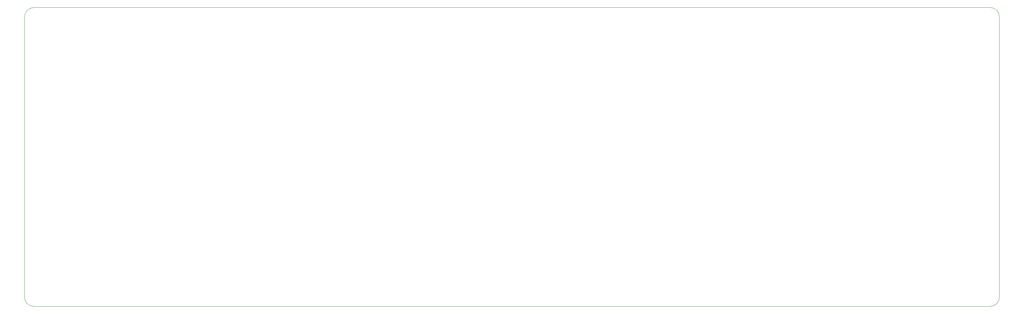
<source format=gm1>
G04 #@! TF.GenerationSoftware,KiCad,Pcbnew,(5.1.4-0-10_14)*
G04 #@! TF.CreationDate,2019-09-18T13:17:52+02:00*
G04 #@! TF.ProjectId,minivan-clone,6d696e69-7661-46e2-9d63-6c6f6e652e6b,rev?*
G04 #@! TF.SameCoordinates,Original*
G04 #@! TF.FileFunction,Profile,NP*
%FSLAX46Y46*%
G04 Gerber Fmt 4.6, Leading zero omitted, Abs format (unit mm)*
G04 Created by KiCad (PCBNEW (5.1.4-0-10_14)) date 2019-09-18 13:17:52*
%MOMM*%
%LPD*%
G04 APERTURE LIST*
%ADD10C,0.050000*%
G04 APERTURE END LIST*
D10*
X122999500Y-204533500D02*
G75*
G02X120586500Y-202120500I0J2413000D01*
G01*
X367982500Y-202120500D02*
G75*
G02X365569500Y-204533500I-2413000J0D01*
G01*
X365569500Y-128587500D02*
G75*
G02X367982500Y-131000500I0J-2413000D01*
G01*
X120585686Y-131064000D02*
G75*
G02X122999500Y-128587500I2477314J0D01*
G01*
X120586500Y-202120500D02*
X120586500Y-131064000D01*
X365569500Y-204533500D02*
X122999500Y-204533500D01*
X367982500Y-131000500D02*
X367982500Y-202120500D01*
X122999500Y-128587500D02*
X365569500Y-128587500D01*
M02*

</source>
